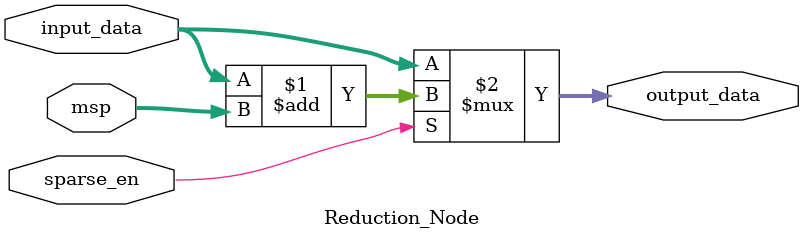
<source format=v>

module Reduction_Node #(
    parameter ACCUM_WIDTH = 32
)(
    input wire [ACCUM_WIDTH-1:0] input_data,
    input wire [ACCUM_WIDTH-1:0] msp,
    input wire sparse_en,
    output wire [ACCUM_WIDTH-1:0] output_data
);

    assign output_data = sparse_en ? (input_data + msp) : input_data;

endmodule

</source>
